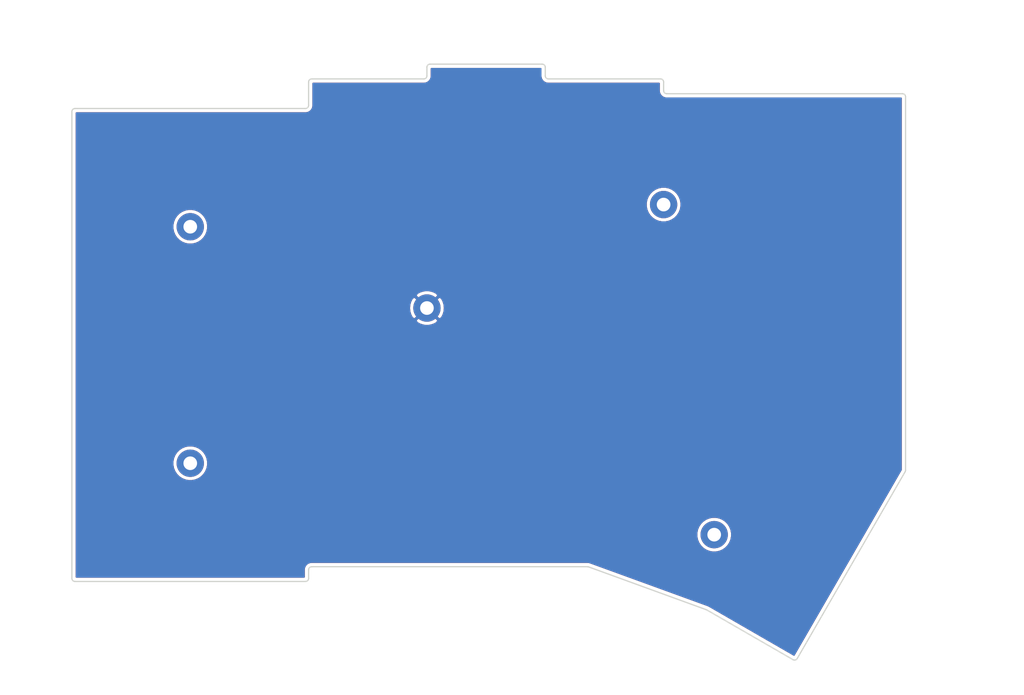
<source format=kicad_pcb>
(kicad_pcb (version 20171130) (host pcbnew "(5.1.10)-1")

  (general
    (thickness 1.6)
    (drawings 39)
    (tracks 0)
    (zones 0)
    (modules 5)
    (nets 2)
  )

  (page A4)
  (layers
    (0 F.Cu signal)
    (31 B.Cu signal)
    (32 B.Adhes user)
    (33 F.Adhes user)
    (34 B.Paste user)
    (35 F.Paste user)
    (36 B.SilkS user)
    (37 F.SilkS user)
    (38 B.Mask user)
    (39 F.Mask user)
    (40 Dwgs.User user)
    (41 Cmts.User user)
    (42 Eco1.User user)
    (43 Eco2.User user)
    (44 Edge.Cuts user)
    (45 Margin user)
    (46 B.CrtYd user)
    (47 F.CrtYd user)
    (48 B.Fab user)
    (49 F.Fab user)
  )

  (setup
    (last_trace_width 0.25)
    (trace_clearance 0.2)
    (zone_clearance 0.508)
    (zone_45_only no)
    (trace_min 0.2)
    (via_size 0.8)
    (via_drill 0.4)
    (via_min_size 0.4)
    (via_min_drill 0.3)
    (uvia_size 0.3)
    (uvia_drill 0.1)
    (uvias_allowed no)
    (uvia_min_size 0.2)
    (uvia_min_drill 0.1)
    (edge_width 0.05)
    (segment_width 0.2)
    (pcb_text_width 0.3)
    (pcb_text_size 1.5 1.5)
    (mod_edge_width 0.12)
    (mod_text_size 1 1)
    (mod_text_width 0.15)
    (pad_size 1.524 1.524)
    (pad_drill 0.762)
    (pad_to_mask_clearance 0)
    (aux_axis_origin 0 0)
    (visible_elements 7FFFFFFF)
    (pcbplotparams
      (layerselection 0x010fc_ffffffff)
      (usegerberextensions true)
      (usegerberattributes false)
      (usegerberadvancedattributes true)
      (creategerberjobfile false)
      (excludeedgelayer true)
      (linewidth 0.100000)
      (plotframeref false)
      (viasonmask false)
      (mode 1)
      (useauxorigin false)
      (hpglpennumber 1)
      (hpglpenspeed 20)
      (hpglpendiameter 15.000000)
      (psnegative false)
      (psa4output false)
      (plotreference true)
      (plotvalue true)
      (plotinvisibletext false)
      (padsonsilk false)
      (subtractmaskfromsilk true)
      (outputformat 1)
      (mirror false)
      (drillshape 0)
      (scaleselection 1)
      (outputdirectory "../Gerbers/Bottom Plate/"))
  )

  (net 0 "")
  (net 1 GND)

  (net_class Default "This is the default net class."
    (clearance 0.2)
    (trace_width 0.25)
    (via_dia 0.8)
    (via_drill 0.4)
    (uvia_dia 0.3)
    (uvia_drill 0.1)
    (add_net GND)
  )

  (module MountingHole:MountingHole_2.2mm_M2_Pad (layer F.Cu) (tedit 56D1B4CB) (tstamp 61ACD37E)
    (at 106.0289 112.766)
    (descr "Mounting Hole 2.2mm, M2")
    (tags "mounting hole 2.2mm m2")
    (attr virtual)
    (fp_text reference REF** (at 0 -3.2) (layer Dwgs.User)
      (effects (font (size 1 1) (thickness 0.15)))
    )
    (fp_text value MountingHole_2.2mm_M2_Pad (at 0 3.2) (layer F.Fab)
      (effects (font (size 1 1) (thickness 0.15)))
    )
    (fp_circle (center 0 0) (end 2.45 0) (layer F.CrtYd) (width 0.05))
    (fp_circle (center 0 0) (end 2.2 0) (layer Cmts.User) (width 0.15))
    (fp_text user %R (at 0.3 0) (layer F.Fab)
      (effects (font (size 1 1) (thickness 0.15)))
    )
    (pad 1 thru_hole circle (at 0 0) (size 4.4 4.4) (drill 2.2) (layers *.Cu *.Mask))
  )

  (module MountingHole:MountingHole_2.2mm_M2_Pad (layer F.Cu) (tedit 56D1B4CB) (tstamp 61ACD37E)
    (at 190.373624 124.271967)
    (descr "Mounting Hole 2.2mm, M2")
    (tags "mounting hole 2.2mm m2")
    (attr virtual)
    (fp_text reference REF** (at 0 -3.2) (layer Dwgs.User)
      (effects (font (size 1 1) (thickness 0.15)))
    )
    (fp_text value MountingHole_2.2mm_M2_Pad (at 0 3.2) (layer F.Fab)
      (effects (font (size 1 1) (thickness 0.15)))
    )
    (fp_circle (center 0 0) (end 2.45 0) (layer F.CrtYd) (width 0.05))
    (fp_circle (center 0 0) (end 2.2 0) (layer Cmts.User) (width 0.15))
    (fp_text user %R (at 0.3 0) (layer F.Fab)
      (effects (font (size 1 1) (thickness 0.15)))
    )
    (pad 1 thru_hole circle (at 0 0) (size 4.4 4.4) (drill 2.2) (layers *.Cu *.Mask))
  )

  (module MountingHole:MountingHole_2.2mm_M2_Pad (layer F.Cu) (tedit 56D1B4CB) (tstamp 61ACD37E)
    (at 182.228799 71.0941)
    (descr "Mounting Hole 2.2mm, M2")
    (tags "mounting hole 2.2mm m2")
    (attr virtual)
    (fp_text reference REF** (at 0 -3.2) (layer Dwgs.User)
      (effects (font (size 1 1) (thickness 0.15)))
    )
    (fp_text value MountingHole_2.2mm_M2_Pad (at 0 3.2) (layer F.Fab)
      (effects (font (size 1 1) (thickness 0.15)))
    )
    (fp_circle (center 0 0) (end 2.45 0) (layer F.CrtYd) (width 0.05))
    (fp_circle (center 0 0) (end 2.2 0) (layer Cmts.User) (width 0.15))
    (fp_text user %R (at 0.3 0) (layer F.Fab)
      (effects (font (size 1 1) (thickness 0.15)))
    )
    (pad 1 thru_hole circle (at 0 0) (size 4.4 4.4) (drill 2.2) (layers *.Cu *.Mask))
  )

  (module MountingHole:MountingHole_2.2mm_M2_Pad (layer F.Cu) (tedit 56D1B4CB) (tstamp 61ACD37D)
    (at 106.0289 74.666)
    (descr "Mounting Hole 2.2mm, M2")
    (tags "mounting hole 2.2mm m2")
    (attr virtual)
    (fp_text reference REF** (at 0 -3.2) (layer Dwgs.User)
      (effects (font (size 1 1) (thickness 0.15)))
    )
    (fp_text value MountingHole_2.2mm_M2_Pad (at 0 3.2) (layer F.Fab)
      (effects (font (size 1 1) (thickness 0.15)))
    )
    (fp_circle (center 0 0) (end 2.45 0) (layer F.CrtYd) (width 0.05))
    (fp_circle (center 0 0) (end 2.2 0) (layer Cmts.User) (width 0.15))
    (fp_text user %R (at 0.3 0) (layer F.Fab)
      (effects (font (size 1 1) (thickness 0.15)))
    )
    (pad 1 thru_hole circle (at 0 0) (size 4.4 4.4) (drill 2.2) (layers *.Cu *.Mask))
  )

  (module MountingHole:MountingHole_2.2mm_M2_Pad (layer F.Cu) (tedit 56D1B4CB) (tstamp 61ACD359)
    (at 144.12895 87.76285)
    (descr "Mounting Hole 2.2mm, M2")
    (tags "mounting hole 2.2mm m2")
    (path /61AC7241)
    (attr virtual)
    (fp_text reference H1 (at 0 -3.2) (layer Dwgs.User)
      (effects (font (size 1 1) (thickness 0.15)))
    )
    (fp_text value MountingHole_Pad (at 0 3.2) (layer F.Fab)
      (effects (font (size 1 1) (thickness 0.15)))
    )
    (fp_circle (center 0 0) (end 2.2 0) (layer Cmts.User) (width 0.15))
    (fp_circle (center 0 0) (end 2.45 0) (layer F.CrtYd) (width 0.05))
    (fp_text user %R (at 0.3 0) (layer F.Fab)
      (effects (font (size 1 1) (thickness 0.15)))
    )
    (pad 1 thru_hole circle (at 0 0) (size 4.4 4.4) (drill 2.2) (layers *.Cu *.Mask)
      (net 1 GND))
  )

  (gr_line (start 87.476099 55.6151) (end 124.5776 55.6151) (layer Edge.Cuts) (width 0.2))
  (gr_line (start 86.9761 131.3167) (end 86.9761 56.1151) (layer Edge.Cuts) (width 0.2))
  (gr_line (start 124.5787 131.8167) (end 87.4761 131.8167) (layer Edge.Cuts) (width 0.2))
  (gr_arc (start 203.306198 143.974222) (end 203.056211 144.407243) (angle -89.99572721) (layer Edge.Cuts) (width 0.2))
  (gr_arc (start 220.680199 113.884564) (end 221.113201 114.134583) (angle -30.0024702) (layer Edge.Cuts) (width 0.2))
  (gr_line (start 125.0787 129.93545) (end 125.0787 131.3167) (layer Edge.Cuts) (width 0.2))
  (gr_arc (start 125.5787 129.93545) (end 125.5787 129.43545) (angle -90) (layer Edge.Cuts) (width 0.2))
  (gr_arc (start 169.981764 129.93545) (end 170.152787 129.465609) (angle -20.00152402) (layer Edge.Cuts) (width 0.2))
  (gr_circle (center 144.12895 87.76285) (end 146.12895 87.76285) (layer Dwgs.User) (width 0.2))
  (gr_line (start 169.981764 129.43545) (end 125.5787 129.43545) (layer Edge.Cuts) (width 0.2))
  (gr_arc (start 220.680199 53.7339) (end 221.180199 53.7339) (angle -90) (layer Edge.Cuts) (width 0.2))
  (gr_arc (start 182.7302 52.7339) (end 182.2302 52.7339) (angle -90) (layer Edge.Cuts) (width 0.2))
  (gr_line (start 182.2302 51.3526) (end 182.2302 52.7339) (layer Edge.Cuts) (width 0.2))
  (gr_line (start 221.180199 53.7339) (end 221.180199 113.884564) (layer Edge.Cuts) (width 0.2))
  (gr_line (start 182.7302 53.2339) (end 220.680199 53.2339) (layer Edge.Cuts) (width 0.2))
  (gr_arc (start 181.730199 51.3526) (end 182.2302 51.3526) (angle -90) (layer Edge.Cuts) (width 0.2))
  (gr_arc (start 163.6801 50.3526) (end 163.1801 50.3526) (angle -90) (layer Edge.Cuts) (width 0.2))
  (gr_line (start 163.1801 48.9712) (end 163.1801 50.3526) (layer Edge.Cuts) (width 0.2))
  (gr_arc (start 188.945057 136.838096) (end 189.195043 136.405075) (angle -9.996673384) (layer Edge.Cuts) (width 0.2))
  (gr_line (start 221.113201 114.134583) (end 203.7392 144.224241) (layer Edge.Cuts) (width 0.2))
  (gr_line (start 203.056211 144.407243) (end 189.195043 136.405075) (layer Edge.Cuts) (width 0.2))
  (gr_arc (start 87.4761 131.3167) (end 86.9761 131.3167) (angle -90) (layer Edge.Cuts) (width 0.2))
  (gr_line (start 189.11608 136.368254) (end 170.152787 129.465609) (layer Edge.Cuts) (width 0.2))
  (gr_arc (start 87.4761 56.115101) (end 87.476099 55.6151) (angle -90) (layer Edge.Cuts) (width 0.2))
  (gr_arc (start 125.5776 51.352601) (end 125.5776 50.8526) (angle -90) (layer Edge.Cuts) (width 0.2))
  (gr_line (start 125.0776 55.1151) (end 125.0776 51.352601) (layer Edge.Cuts) (width 0.2))
  (gr_line (start 163.6801 50.8526) (end 181.7302 50.8526) (layer Edge.Cuts) (width 0.2))
  (gr_arc (start 124.577599 55.1151) (end 124.5776 55.6151) (angle -90) (layer Edge.Cuts) (width 0.2))
  (gr_arc (start 124.5787 131.3167) (end 124.5787 131.8167) (angle -90) (layer Edge.Cuts) (width 0.2))
  (gr_circle (center 106.0289 112.766) (end 108.0289 112.766) (layer Dwgs.User) (width 0.2))
  (gr_line (start 144.6276 48.4712) (end 162.680099 48.4712) (layer Edge.Cuts) (width 0.2))
  (gr_line (start 125.5776 50.8526) (end 143.6276 50.8526) (layer Edge.Cuts) (width 0.2))
  (gr_arc (start 143.627599 50.3526) (end 143.6276 50.8526) (angle -90) (layer Edge.Cuts) (width 0.2))
  (gr_circle (center 106.0289 74.666) (end 108.0289 74.666) (layer Dwgs.User) (width 0.2))
  (gr_circle (center 182.228799 71.0941) (end 184.228799 71.0941) (layer Dwgs.User) (width 0.2))
  (gr_circle (center 190.373624 124.271967) (end 192.373624 124.271967) (layer Dwgs.User) (width 0.2))
  (gr_line (start 144.1276 50.3526) (end 144.1276 48.9712) (layer Edge.Cuts) (width 0.2))
  (gr_arc (start 162.680099 48.971201) (end 163.1801 48.9712) (angle -90) (layer Edge.Cuts) (width 0.2))
  (gr_arc (start 144.6276 48.9712) (end 144.6276 48.4712) (angle -90) (layer Edge.Cuts) (width 0.2))

  (zone (net 1) (net_name GND) (layer F.Cu) (tstamp 61AD5ED9) (hatch edge 0.508)
    (connect_pads (clearance 0.508))
    (min_thickness 0.254)
    (fill yes (arc_segments 32) (thermal_gap 0.508) (thermal_bridge_width 0.508))
    (polygon
      (pts
        (xy 240.1316 38.5445) (xy 240.2586 149.7965) (xy 75.3999 150.114) (xy 75.3999 38.1381)
      )
    )
    (filled_polygon
      (pts
        (xy 162.445101 50.388705) (xy 162.448158 50.419741) (xy 162.448137 50.422705) (xy 162.449138 50.432918) (xy 162.454186 50.480952)
        (xy 162.455736 50.496685) (xy 162.455895 50.49721) (xy 162.459338 50.529967) (xy 162.472738 50.595244) (xy 162.485216 50.660659)
        (xy 162.488182 50.670484) (xy 162.517038 50.763703) (xy 162.54288 50.825178) (xy 162.567811 50.886884) (xy 162.572628 50.895945)
        (xy 162.619041 50.981783) (xy 162.656296 51.037015) (xy 162.692769 51.092751) (xy 162.699255 51.100704) (xy 162.761457 51.175893)
        (xy 162.808741 51.222848) (xy 162.85533 51.270424) (xy 162.863237 51.276965) (xy 162.863242 51.27697) (xy 162.863248 51.276974)
        (xy 162.938858 51.338641) (xy 162.994356 51.375514) (xy 163.049319 51.413148) (xy 163.058346 51.418029) (xy 163.144507 51.463841)
        (xy 163.206113 51.489233) (xy 163.26732 51.515467) (xy 163.277124 51.518502) (xy 163.277128 51.518503) (xy 163.27713 51.518504)
        (xy 163.277132 51.518504) (xy 163.370542 51.546707) (xy 163.435935 51.559656) (xy 163.501057 51.573497) (xy 163.511248 51.574568)
        (xy 163.511256 51.57457) (xy 163.511263 51.57457) (xy 163.607789 51.584034) (xy 163.643995 51.5876) (xy 181.4952 51.5876)
        (xy 181.495201 52.770005) (xy 181.498258 52.801041) (xy 181.498237 52.804005) (xy 181.499238 52.814218) (xy 181.504286 52.862252)
        (xy 181.505836 52.877985) (xy 181.505995 52.87851) (xy 181.509438 52.911267) (xy 181.522838 52.976544) (xy 181.535316 53.041959)
        (xy 181.538282 53.051784) (xy 181.567138 53.145003) (xy 181.59298 53.206478) (xy 181.617911 53.268184) (xy 181.622728 53.277245)
        (xy 181.669141 53.363083) (xy 181.706396 53.418315) (xy 181.742869 53.474051) (xy 181.749355 53.482004) (xy 181.811557 53.557193)
        (xy 181.858841 53.604148) (xy 181.90543 53.651724) (xy 181.913337 53.658265) (xy 181.913342 53.65827) (xy 181.913348 53.658274)
        (xy 181.988958 53.719941) (xy 182.044456 53.756814) (xy 182.099419 53.794448) (xy 182.108446 53.799329) (xy 182.194607 53.845141)
        (xy 182.256213 53.870533) (xy 182.31742 53.896767) (xy 182.327224 53.899802) (xy 182.327228 53.899803) (xy 182.32723 53.899804)
        (xy 182.327232 53.899804) (xy 182.420642 53.928007) (xy 182.486035 53.940956) (xy 182.551157 53.954797) (xy 182.561348 53.955868)
        (xy 182.561356 53.95587) (xy 182.561363 53.95587) (xy 182.657889 53.965334) (xy 182.694095 53.9689) (xy 220.445199 53.9689)
        (xy 220.4452 113.82159) (xy 203.220188 143.653219) (xy 189.531254 135.750484) (xy 189.502125 135.737287) (xy 189.430346 135.703816)
        (xy 189.40141 135.689936) (xy 170.370262 128.762593) (xy 170.342968 128.755597) (xy 170.276541 128.73705) (xy 170.218474 128.726811)
        (xy 170.160816 128.714555) (xy 170.15061 128.713482) (xy 170.05436 128.704044) (xy 170.017869 128.70045) (xy 125.542595 128.70045)
        (xy 125.51155 128.703508) (xy 125.508595 128.703487) (xy 125.498382 128.704488) (xy 125.450507 128.70952) (xy 125.434615 128.711085)
        (xy 125.434085 128.711246) (xy 125.401334 128.714688) (xy 125.336064 128.728086) (xy 125.270641 128.740566) (xy 125.260816 128.743532)
        (xy 125.167597 128.772388) (xy 125.106134 128.798225) (xy 125.044416 128.823161) (xy 125.035355 128.827978) (xy 124.949517 128.874391)
        (xy 124.894262 128.911661) (xy 124.838549 128.948119) (xy 124.830596 128.954605) (xy 124.755407 129.016807) (xy 124.708452 129.064091)
        (xy 124.660876 129.11068) (xy 124.654334 129.118587) (xy 124.592659 129.194208) (xy 124.55577 129.249729) (xy 124.518152 129.304669)
        (xy 124.51328 129.31368) (xy 124.513275 129.313687) (xy 124.513272 129.313694) (xy 124.513271 129.313696) (xy 124.467459 129.399857)
        (xy 124.442067 129.461463) (xy 124.415833 129.52267) (xy 124.412798 129.532474) (xy 124.384593 129.625892) (xy 124.371646 129.691278)
        (xy 124.357803 129.756406) (xy 124.356731 129.766599) (xy 124.35673 129.766606) (xy 124.35673 129.766612) (xy 124.347244 129.863362)
        (xy 124.3437 129.899346) (xy 124.343701 131.0817) (xy 87.7111 131.0817) (xy 87.7111 123.992744) (xy 187.538624 123.992744)
        (xy 187.538624 124.55119) (xy 187.647572 125.098906) (xy 187.86128 125.614843) (xy 188.171536 126.079174) (xy 188.566417 126.474055)
        (xy 189.030748 126.784311) (xy 189.546685 126.998019) (xy 190.094401 127.106967) (xy 190.652847 127.106967) (xy 191.200563 126.998019)
        (xy 191.7165 126.784311) (xy 192.180831 126.474055) (xy 192.575712 126.079174) (xy 192.885968 125.614843) (xy 193.099676 125.098906)
        (xy 193.208624 124.55119) (xy 193.208624 123.992744) (xy 193.099676 123.445028) (xy 192.885968 122.929091) (xy 192.575712 122.46476)
        (xy 192.180831 122.069879) (xy 191.7165 121.759623) (xy 191.200563 121.545915) (xy 190.652847 121.436967) (xy 190.094401 121.436967)
        (xy 189.546685 121.545915) (xy 189.030748 121.759623) (xy 188.566417 122.069879) (xy 188.171536 122.46476) (xy 187.86128 122.929091)
        (xy 187.647572 123.445028) (xy 187.538624 123.992744) (xy 87.7111 123.992744) (xy 87.7111 112.486777) (xy 103.1939 112.486777)
        (xy 103.1939 113.045223) (xy 103.302848 113.592939) (xy 103.516556 114.108876) (xy 103.826812 114.573207) (xy 104.221693 114.968088)
        (xy 104.686024 115.278344) (xy 105.201961 115.492052) (xy 105.749677 115.601) (xy 106.308123 115.601) (xy 106.855839 115.492052)
        (xy 107.371776 115.278344) (xy 107.836107 114.968088) (xy 108.230988 114.573207) (xy 108.541244 114.108876) (xy 108.754952 113.592939)
        (xy 108.8639 113.045223) (xy 108.8639 112.486777) (xy 108.754952 111.939061) (xy 108.541244 111.423124) (xy 108.230988 110.958793)
        (xy 107.836107 110.563912) (xy 107.371776 110.253656) (xy 106.855839 110.039948) (xy 106.308123 109.931) (xy 105.749677 109.931)
        (xy 105.201961 110.039948) (xy 104.686024 110.253656) (xy 104.221693 110.563912) (xy 103.826812 110.958793) (xy 103.516556 111.423124)
        (xy 103.302848 111.939061) (xy 103.1939 112.486777) (xy 87.7111 112.486777) (xy 87.7111 89.752625) (xy 142.31878 89.752625)
        (xy 142.558926 90.139868) (xy 143.052827 90.400491) (xy 143.588083 90.559751) (xy 144.144124 90.611528) (xy 144.699582 90.553831)
        (xy 145.233111 90.388878) (xy 145.698974 90.139868) (xy 145.93912 89.752625) (xy 144.12895 87.942455) (xy 142.31878 89.752625)
        (xy 87.7111 89.752625) (xy 87.7111 87.778024) (xy 141.280272 87.778024) (xy 141.337969 88.333482) (xy 141.502922 88.867011)
        (xy 141.751932 89.332874) (xy 142.139175 89.57302) (xy 143.949345 87.76285) (xy 144.308555 87.76285) (xy 146.118725 89.57302)
        (xy 146.505968 89.332874) (xy 146.766591 88.838973) (xy 146.925851 88.303717) (xy 146.977628 87.747676) (xy 146.919931 87.192218)
        (xy 146.754978 86.658689) (xy 146.505968 86.192826) (xy 146.118725 85.95268) (xy 144.308555 87.76285) (xy 143.949345 87.76285)
        (xy 142.139175 85.95268) (xy 141.751932 86.192826) (xy 141.491309 86.686727) (xy 141.332049 87.221983) (xy 141.280272 87.778024)
        (xy 87.7111 87.778024) (xy 87.7111 85.773075) (xy 142.31878 85.773075) (xy 144.12895 87.583245) (xy 145.93912 85.773075)
        (xy 145.698974 85.385832) (xy 145.205073 85.125209) (xy 144.669817 84.965949) (xy 144.113776 84.914172) (xy 143.558318 84.971869)
        (xy 143.024789 85.136822) (xy 142.558926 85.385832) (xy 142.31878 85.773075) (xy 87.7111 85.773075) (xy 87.7111 74.386777)
        (xy 103.1939 74.386777) (xy 103.1939 74.945223) (xy 103.302848 75.492939) (xy 103.516556 76.008876) (xy 103.826812 76.473207)
        (xy 104.221693 76.868088) (xy 104.686024 77.178344) (xy 105.201961 77.392052) (xy 105.749677 77.501) (xy 106.308123 77.501)
        (xy 106.855839 77.392052) (xy 107.371776 77.178344) (xy 107.836107 76.868088) (xy 108.230988 76.473207) (xy 108.541244 76.008876)
        (xy 108.754952 75.492939) (xy 108.8639 74.945223) (xy 108.8639 74.386777) (xy 108.754952 73.839061) (xy 108.541244 73.323124)
        (xy 108.230988 72.858793) (xy 107.836107 72.463912) (xy 107.371776 72.153656) (xy 106.855839 71.939948) (xy 106.308123 71.831)
        (xy 105.749677 71.831) (xy 105.201961 71.939948) (xy 104.686024 72.153656) (xy 104.221693 72.463912) (xy 103.826812 72.858793)
        (xy 103.516556 73.323124) (xy 103.302848 73.839061) (xy 103.1939 74.386777) (xy 87.7111 74.386777) (xy 87.7111 70.814877)
        (xy 179.393799 70.814877) (xy 179.393799 71.373323) (xy 179.502747 71.921039) (xy 179.716455 72.436976) (xy 180.026711 72.901307)
        (xy 180.421592 73.296188) (xy 180.885923 73.606444) (xy 181.40186 73.820152) (xy 181.949576 73.9291) (xy 182.508022 73.9291)
        (xy 183.055738 73.820152) (xy 183.571675 73.606444) (xy 184.036006 73.296188) (xy 184.430887 72.901307) (xy 184.741143 72.436976)
        (xy 184.954851 71.921039) (xy 185.063799 71.373323) (xy 185.063799 70.814877) (xy 184.954851 70.267161) (xy 184.741143 69.751224)
        (xy 184.430887 69.286893) (xy 184.036006 68.892012) (xy 183.571675 68.581756) (xy 183.055738 68.368048) (xy 182.508022 68.2591)
        (xy 181.949576 68.2591) (xy 181.40186 68.368048) (xy 180.885923 68.581756) (xy 180.421592 68.892012) (xy 180.026711 69.286893)
        (xy 179.716455 69.751224) (xy 179.502747 70.267161) (xy 179.393799 70.814877) (xy 87.7111 70.814877) (xy 87.7111 56.3501)
        (xy 124.613705 56.3501) (xy 124.64476 56.347041) (xy 124.647712 56.347062) (xy 124.657926 56.346061) (xy 124.705695 56.34104)
        (xy 124.721685 56.339465) (xy 124.722219 56.339303) (xy 124.754974 56.33586) (xy 124.820249 56.322461) (xy 124.885659 56.309983)
        (xy 124.895484 56.307017) (xy 124.895489 56.307015) (xy 124.895491 56.307015) (xy 124.895493 56.307014) (xy 124.988703 56.278161)
        (xy 125.050178 56.252319) (xy 125.111884 56.227388) (xy 125.120945 56.222571) (xy 125.206783 56.176158) (xy 125.262015 56.138903)
        (xy 125.317751 56.10243) (xy 125.325704 56.095944) (xy 125.400893 56.033742) (xy 125.44787 55.986436) (xy 125.495427 55.939865)
        (xy 125.501969 55.931958) (xy 125.563644 55.856337) (xy 125.600532 55.800815) (xy 125.638147 55.74588) (xy 125.643028 55.736853)
        (xy 125.68884 55.650692) (xy 125.714232 55.589086) (xy 125.740466 55.527879) (xy 125.743501 55.518075) (xy 125.771706 55.424657)
        (xy 125.784655 55.359264) (xy 125.798496 55.294142) (xy 125.799567 55.283951) (xy 125.799569 55.283943) (xy 125.799569 55.283936)
        (xy 125.808816 55.189627) (xy 125.8126 55.151205) (xy 125.8126 51.5876) (xy 143.663705 51.5876) (xy 143.69476 51.584541)
        (xy 143.697712 51.584562) (xy 143.707926 51.583561) (xy 143.755695 51.57854) (xy 143.771685 51.576965) (xy 143.772219 51.576803)
        (xy 143.804974 51.57336) (xy 143.870249 51.559961) (xy 143.935659 51.547483) (xy 143.945484 51.544517) (xy 143.945489 51.544515)
        (xy 143.945491 51.544515) (xy 143.945493 51.544514) (xy 144.038703 51.515661) (xy 144.100178 51.489819) (xy 144.161884 51.464888)
        (xy 144.170945 51.460071) (xy 144.256783 51.413658) (xy 144.312015 51.376403) (xy 144.367751 51.33993) (xy 144.375704 51.333444)
        (xy 144.450893 51.271242) (xy 144.49787 51.223936) (xy 144.545427 51.177365) (xy 144.551969 51.169458) (xy 144.613644 51.093837)
        (xy 144.650532 51.038315) (xy 144.688147 50.98338) (xy 144.693028 50.974353) (xy 144.73884 50.888192) (xy 144.764232 50.826586)
        (xy 144.790466 50.765379) (xy 144.793501 50.755575) (xy 144.821706 50.662157) (xy 144.834655 50.596764) (xy 144.848496 50.531642)
        (xy 144.849567 50.521451) (xy 144.849569 50.521443) (xy 144.849569 50.521436) (xy 144.858815 50.427133) (xy 144.8626 50.388705)
        (xy 144.8626 49.2062) (xy 162.4451 49.2062)
      )
    )
  )
  (zone (net 1) (net_name GND) (layer B.Cu) (tstamp 61AD5ED6) (hatch edge 0.508)
    (connect_pads (clearance 0.508))
    (min_thickness 0.254)
    (fill yes (arc_segments 32) (thermal_gap 0.508) (thermal_bridge_width 0.508))
    (polygon
      (pts
        (xy 240.1316 38.5445) (xy 240.2586 149.7965) (xy 75.3999 150.114) (xy 75.3999 38.1381)
      )
    )
    (filled_polygon
      (pts
        (xy 162.445101 50.388705) (xy 162.448158 50.419741) (xy 162.448137 50.422705) (xy 162.449138 50.432918) (xy 162.454186 50.480952)
        (xy 162.455736 50.496685) (xy 162.455895 50.49721) (xy 162.459338 50.529967) (xy 162.472738 50.595244) (xy 162.485216 50.660659)
        (xy 162.488182 50.670484) (xy 162.517038 50.763703) (xy 162.54288 50.825178) (xy 162.567811 50.886884) (xy 162.572628 50.895945)
        (xy 162.619041 50.981783) (xy 162.656296 51.037015) (xy 162.692769 51.092751) (xy 162.699255 51.100704) (xy 162.761457 51.175893)
        (xy 162.808741 51.222848) (xy 162.85533 51.270424) (xy 162.863237 51.276965) (xy 162.863242 51.27697) (xy 162.863248 51.276974)
        (xy 162.938858 51.338641) (xy 162.994356 51.375514) (xy 163.049319 51.413148) (xy 163.058346 51.418029) (xy 163.144507 51.463841)
        (xy 163.206113 51.489233) (xy 163.26732 51.515467) (xy 163.277124 51.518502) (xy 163.277128 51.518503) (xy 163.27713 51.518504)
        (xy 163.277132 51.518504) (xy 163.370542 51.546707) (xy 163.435935 51.559656) (xy 163.501057 51.573497) (xy 163.511248 51.574568)
        (xy 163.511256 51.57457) (xy 163.511263 51.57457) (xy 163.607789 51.584034) (xy 163.643995 51.5876) (xy 181.4952 51.5876)
        (xy 181.495201 52.770005) (xy 181.498258 52.801041) (xy 181.498237 52.804005) (xy 181.499238 52.814218) (xy 181.504286 52.862252)
        (xy 181.505836 52.877985) (xy 181.505995 52.87851) (xy 181.509438 52.911267) (xy 181.522838 52.976544) (xy 181.535316 53.041959)
        (xy 181.538282 53.051784) (xy 181.567138 53.145003) (xy 181.59298 53.206478) (xy 181.617911 53.268184) (xy 181.622728 53.277245)
        (xy 181.669141 53.363083) (xy 181.706396 53.418315) (xy 181.742869 53.474051) (xy 181.749355 53.482004) (xy 181.811557 53.557193)
        (xy 181.858841 53.604148) (xy 181.90543 53.651724) (xy 181.913337 53.658265) (xy 181.913342 53.65827) (xy 181.913348 53.658274)
        (xy 181.988958 53.719941) (xy 182.044456 53.756814) (xy 182.099419 53.794448) (xy 182.108446 53.799329) (xy 182.194607 53.845141)
        (xy 182.256213 53.870533) (xy 182.31742 53.896767) (xy 182.327224 53.899802) (xy 182.327228 53.899803) (xy 182.32723 53.899804)
        (xy 182.327232 53.899804) (xy 182.420642 53.928007) (xy 182.486035 53.940956) (xy 182.551157 53.954797) (xy 182.561348 53.955868)
        (xy 182.561356 53.95587) (xy 182.561363 53.95587) (xy 182.657889 53.965334) (xy 182.694095 53.9689) (xy 220.445199 53.9689)
        (xy 220.4452 113.82159) (xy 203.220188 143.653219) (xy 189.531254 135.750484) (xy 189.502125 135.737287) (xy 189.430346 135.703816)
        (xy 189.40141 135.689936) (xy 170.370262 128.762593) (xy 170.342968 128.755597) (xy 170.276541 128.73705) (xy 170.218474 128.726811)
        (xy 170.160816 128.714555) (xy 170.15061 128.713482) (xy 170.05436 128.704044) (xy 170.017869 128.70045) (xy 125.542595 128.70045)
        (xy 125.51155 128.703508) (xy 125.508595 128.703487) (xy 125.498382 128.704488) (xy 125.450507 128.70952) (xy 125.434615 128.711085)
        (xy 125.434085 128.711246) (xy 125.401334 128.714688) (xy 125.336064 128.728086) (xy 125.270641 128.740566) (xy 125.260816 128.743532)
        (xy 125.167597 128.772388) (xy 125.106134 128.798225) (xy 125.044416 128.823161) (xy 125.035355 128.827978) (xy 124.949517 128.874391)
        (xy 124.894262 128.911661) (xy 124.838549 128.948119) (xy 124.830596 128.954605) (xy 124.755407 129.016807) (xy 124.708452 129.064091)
        (xy 124.660876 129.11068) (xy 124.654334 129.118587) (xy 124.592659 129.194208) (xy 124.55577 129.249729) (xy 124.518152 129.304669)
        (xy 124.51328 129.31368) (xy 124.513275 129.313687) (xy 124.513272 129.313694) (xy 124.513271 129.313696) (xy 124.467459 129.399857)
        (xy 124.442067 129.461463) (xy 124.415833 129.52267) (xy 124.412798 129.532474) (xy 124.384593 129.625892) (xy 124.371646 129.691278)
        (xy 124.357803 129.756406) (xy 124.356731 129.766599) (xy 124.35673 129.766606) (xy 124.35673 129.766612) (xy 124.347244 129.863362)
        (xy 124.3437 129.899346) (xy 124.343701 131.0817) (xy 87.7111 131.0817) (xy 87.7111 123.992744) (xy 187.538624 123.992744)
        (xy 187.538624 124.55119) (xy 187.647572 125.098906) (xy 187.86128 125.614843) (xy 188.171536 126.079174) (xy 188.566417 126.474055)
        (xy 189.030748 126.784311) (xy 189.546685 126.998019) (xy 190.094401 127.106967) (xy 190.652847 127.106967) (xy 191.200563 126.998019)
        (xy 191.7165 126.784311) (xy 192.180831 126.474055) (xy 192.575712 126.079174) (xy 192.885968 125.614843) (xy 193.099676 125.098906)
        (xy 193.208624 124.55119) (xy 193.208624 123.992744) (xy 193.099676 123.445028) (xy 192.885968 122.929091) (xy 192.575712 122.46476)
        (xy 192.180831 122.069879) (xy 191.7165 121.759623) (xy 191.200563 121.545915) (xy 190.652847 121.436967) (xy 190.094401 121.436967)
        (xy 189.546685 121.545915) (xy 189.030748 121.759623) (xy 188.566417 122.069879) (xy 188.171536 122.46476) (xy 187.86128 122.929091)
        (xy 187.647572 123.445028) (xy 187.538624 123.992744) (xy 87.7111 123.992744) (xy 87.7111 112.486777) (xy 103.1939 112.486777)
        (xy 103.1939 113.045223) (xy 103.302848 113.592939) (xy 103.516556 114.108876) (xy 103.826812 114.573207) (xy 104.221693 114.968088)
        (xy 104.686024 115.278344) (xy 105.201961 115.492052) (xy 105.749677 115.601) (xy 106.308123 115.601) (xy 106.855839 115.492052)
        (xy 107.371776 115.278344) (xy 107.836107 114.968088) (xy 108.230988 114.573207) (xy 108.541244 114.108876) (xy 108.754952 113.592939)
        (xy 108.8639 113.045223) (xy 108.8639 112.486777) (xy 108.754952 111.939061) (xy 108.541244 111.423124) (xy 108.230988 110.958793)
        (xy 107.836107 110.563912) (xy 107.371776 110.253656) (xy 106.855839 110.039948) (xy 106.308123 109.931) (xy 105.749677 109.931)
        (xy 105.201961 110.039948) (xy 104.686024 110.253656) (xy 104.221693 110.563912) (xy 103.826812 110.958793) (xy 103.516556 111.423124)
        (xy 103.302848 111.939061) (xy 103.1939 112.486777) (xy 87.7111 112.486777) (xy 87.7111 89.752625) (xy 142.31878 89.752625)
        (xy 142.558926 90.139868) (xy 143.052827 90.400491) (xy 143.588083 90.559751) (xy 144.144124 90.611528) (xy 144.699582 90.553831)
        (xy 145.233111 90.388878) (xy 145.698974 90.139868) (xy 145.93912 89.752625) (xy 144.12895 87.942455) (xy 142.31878 89.752625)
        (xy 87.7111 89.752625) (xy 87.7111 87.778024) (xy 141.280272 87.778024) (xy 141.337969 88.333482) (xy 141.502922 88.867011)
        (xy 141.751932 89.332874) (xy 142.139175 89.57302) (xy 143.949345 87.76285) (xy 144.308555 87.76285) (xy 146.118725 89.57302)
        (xy 146.505968 89.332874) (xy 146.766591 88.838973) (xy 146.925851 88.303717) (xy 146.977628 87.747676) (xy 146.919931 87.192218)
        (xy 146.754978 86.658689) (xy 146.505968 86.192826) (xy 146.118725 85.95268) (xy 144.308555 87.76285) (xy 143.949345 87.76285)
        (xy 142.139175 85.95268) (xy 141.751932 86.192826) (xy 141.491309 86.686727) (xy 141.332049 87.221983) (xy 141.280272 87.778024)
        (xy 87.7111 87.778024) (xy 87.7111 85.773075) (xy 142.31878 85.773075) (xy 144.12895 87.583245) (xy 145.93912 85.773075)
        (xy 145.698974 85.385832) (xy 145.205073 85.125209) (xy 144.669817 84.965949) (xy 144.113776 84.914172) (xy 143.558318 84.971869)
        (xy 143.024789 85.136822) (xy 142.558926 85.385832) (xy 142.31878 85.773075) (xy 87.7111 85.773075) (xy 87.7111 74.386777)
        (xy 103.1939 74.386777) (xy 103.1939 74.945223) (xy 103.302848 75.492939) (xy 103.516556 76.008876) (xy 103.826812 76.473207)
        (xy 104.221693 76.868088) (xy 104.686024 77.178344) (xy 105.201961 77.392052) (xy 105.749677 77.501) (xy 106.308123 77.501)
        (xy 106.855839 77.392052) (xy 107.371776 77.178344) (xy 107.836107 76.868088) (xy 108.230988 76.473207) (xy 108.541244 76.008876)
        (xy 108.754952 75.492939) (xy 108.8639 74.945223) (xy 108.8639 74.386777) (xy 108.754952 73.839061) (xy 108.541244 73.323124)
        (xy 108.230988 72.858793) (xy 107.836107 72.463912) (xy 107.371776 72.153656) (xy 106.855839 71.939948) (xy 106.308123 71.831)
        (xy 105.749677 71.831) (xy 105.201961 71.939948) (xy 104.686024 72.153656) (xy 104.221693 72.463912) (xy 103.826812 72.858793)
        (xy 103.516556 73.323124) (xy 103.302848 73.839061) (xy 103.1939 74.386777) (xy 87.7111 74.386777) (xy 87.7111 70.814877)
        (xy 179.393799 70.814877) (xy 179.393799 71.373323) (xy 179.502747 71.921039) (xy 179.716455 72.436976) (xy 180.026711 72.901307)
        (xy 180.421592 73.296188) (xy 180.885923 73.606444) (xy 181.40186 73.820152) (xy 181.949576 73.9291) (xy 182.508022 73.9291)
        (xy 183.055738 73.820152) (xy 183.571675 73.606444) (xy 184.036006 73.296188) (xy 184.430887 72.901307) (xy 184.741143 72.436976)
        (xy 184.954851 71.921039) (xy 185.063799 71.373323) (xy 185.063799 70.814877) (xy 184.954851 70.267161) (xy 184.741143 69.751224)
        (xy 184.430887 69.286893) (xy 184.036006 68.892012) (xy 183.571675 68.581756) (xy 183.055738 68.368048) (xy 182.508022 68.2591)
        (xy 181.949576 68.2591) (xy 181.40186 68.368048) (xy 180.885923 68.581756) (xy 180.421592 68.892012) (xy 180.026711 69.286893)
        (xy 179.716455 69.751224) (xy 179.502747 70.267161) (xy 179.393799 70.814877) (xy 87.7111 70.814877) (xy 87.7111 56.3501)
        (xy 124.613705 56.3501) (xy 124.64476 56.347041) (xy 124.647712 56.347062) (xy 124.657926 56.346061) (xy 124.705695 56.34104)
        (xy 124.721685 56.339465) (xy 124.722219 56.339303) (xy 124.754974 56.33586) (xy 124.820249 56.322461) (xy 124.885659 56.309983)
        (xy 124.895484 56.307017) (xy 124.895489 56.307015) (xy 124.895491 56.307015) (xy 124.895493 56.307014) (xy 124.988703 56.278161)
        (xy 125.050178 56.252319) (xy 125.111884 56.227388) (xy 125.120945 56.222571) (xy 125.206783 56.176158) (xy 125.262015 56.138903)
        (xy 125.317751 56.10243) (xy 125.325704 56.095944) (xy 125.400893 56.033742) (xy 125.44787 55.986436) (xy 125.495427 55.939865)
        (xy 125.501969 55.931958) (xy 125.563644 55.856337) (xy 125.600532 55.800815) (xy 125.638147 55.74588) (xy 125.643028 55.736853)
        (xy 125.68884 55.650692) (xy 125.714232 55.589086) (xy 125.740466 55.527879) (xy 125.743501 55.518075) (xy 125.771706 55.424657)
        (xy 125.784655 55.359264) (xy 125.798496 55.294142) (xy 125.799567 55.283951) (xy 125.799569 55.283943) (xy 125.799569 55.283936)
        (xy 125.808816 55.189627) (xy 125.8126 55.151205) (xy 125.8126 51.5876) (xy 143.663705 51.5876) (xy 143.69476 51.584541)
        (xy 143.697712 51.584562) (xy 143.707926 51.583561) (xy 143.755695 51.57854) (xy 143.771685 51.576965) (xy 143.772219 51.576803)
        (xy 143.804974 51.57336) (xy 143.870249 51.559961) (xy 143.935659 51.547483) (xy 143.945484 51.544517) (xy 143.945489 51.544515)
        (xy 143.945491 51.544515) (xy 143.945493 51.544514) (xy 144.038703 51.515661) (xy 144.100178 51.489819) (xy 144.161884 51.464888)
        (xy 144.170945 51.460071) (xy 144.256783 51.413658) (xy 144.312015 51.376403) (xy 144.367751 51.33993) (xy 144.375704 51.333444)
        (xy 144.450893 51.271242) (xy 144.49787 51.223936) (xy 144.545427 51.177365) (xy 144.551969 51.169458) (xy 144.613644 51.093837)
        (xy 144.650532 51.038315) (xy 144.688147 50.98338) (xy 144.693028 50.974353) (xy 144.73884 50.888192) (xy 144.764232 50.826586)
        (xy 144.790466 50.765379) (xy 144.793501 50.755575) (xy 144.821706 50.662157) (xy 144.834655 50.596764) (xy 144.848496 50.531642)
        (xy 144.849567 50.521451) (xy 144.849569 50.521443) (xy 144.849569 50.521436) (xy 144.858815 50.427133) (xy 144.8626 50.388705)
        (xy 144.8626 49.2062) (xy 162.4451 49.2062)
      )
    )
  )
)

</source>
